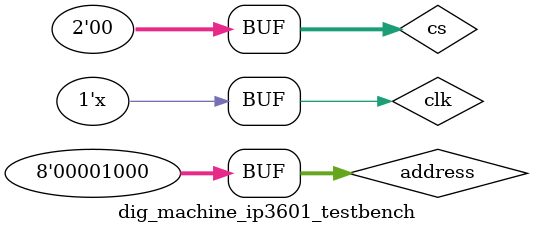
<source format=v>
`timescale 1ns / 1ps
module dig_machine_ip3601_testbench(

);

    reg [7:0] address;
    reg [1:0] cs;
    wire [3:0] data;
    
    reg clk;

    dig_machine_ip3601 uut(.address(address), .cs(cs), .data(data));

initial
begin
    clk = 0;
    cs = 2'b11;
    address = 8'b00000000;
    #200
    cs = 2'b00;
    #400
    address = 8'b00000110;
    #400
    address = 8'b00001000;
end

always @(*)
begin
     #100 clk <= ~clk;
end

endmodule

</source>
